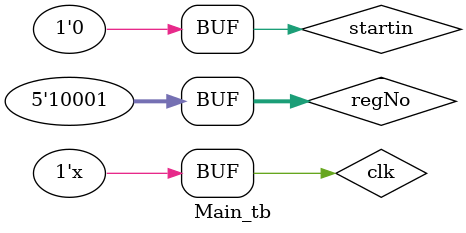
<source format=sv>
module Main(
input wire clk, 
input wire startin, 
input wire [4:0] regNo, 
output reg [31:0] val);

//------PC
wire [31:0] program_counter;
wire [31:0] PC_next;
PC PC_uut (.out(program_counter), .in(PC_next), .clk(clk), .startin(startin));

//------Instruction Memory
wire [31:0] instruction;
InstructionMemory InstructionMemory_uut (.address(program_counter), .instruction(instruction), .startin(startin));

//------Control
wire regdst;
wire regwrite;
wire alusrc;
wire [1:0] aluop;
wire memread;
wire memwrite;
wire memtoreg;
wire jump;
wire branch;
Control Control_uut (
  .instruction31_26(instruction[31:26]),
  .regdst(regdst),
  .regwrite(regwrite),
  .alusrc(alusrc),
  .aluop(aluop),
  .memread(memread),
  .memwrite(memwrite),
  .memtoreg(memtoreg),
  .jump(jump),
  .branch(branch));

//-----Mux_5 rd
wire [4:0] mux_rd;
Mux #(5) Mux_rd_uut (.input0(instruction[20:16]), .input1(instruction[15:11]), .op(regdst), .out(mux_rd));

//-----RegisterFile
wire [31:0] data1;
wire [31:0] data2;
wire [31:0] mux_memtoreg;
RegisterFile RegisterFile_uut (
  .read1(instruction[25:21]),
  .read2(instruction[20:16]),
  .writeReg(mux_rd),
  .writeData(mux_memtoreg),
  .regWrite(regwrite),
  .data1(data1),
  .data2(data2),
  .val(val),
  .startin(startin),
  .clk(clk),
  .regNo(regNo));

//------SignExtend
wire [31:0] extended_result;
SignExtend SignExtend_uut (.in(instruction[15:0]), .result(extended_result));

//------Mux_32 alusrc
wire [31:0] mux_src;
Mux #(32) Mux_src_uut (.input0(data2), .input1(extended_result), .op(alusrc), .out(mux_src));

//------Alu Control
wire [3:0] alucontrol;
ALUControl ALUControl_uut (.Funct(instruction[5:0]), .Aluop(aluop), .Alucontrol(alucontrol));

//------Alu 
wire [31:0] alu_result;
wire zero;
ALU ALU_uut (.in1(data1), .in2(mux_src), .operation(alucontrol), .out(alu_result), .zero(zero));

//------Data Memory
wire [31:0] read_data;
DataMemory DataMemory_uut (
  .address(alu_result),
  .writeData(data2),
  .memWrite(memwrite),
  .memRead(memread),
  .readData(read_data),
  .startin(startin),
  .clk(clk));

//------Mux memtoreg
Mux #(32) Mux_memtoreg_uut (.input0(alu_result), .input1(read_data), .op(memtoreg), .out(mux_memtoreg));

//------sll 2
wire [31:0] shifted_branch;
Shiftleft2 #(32, 32) Shiftleft2_branch_uut (.in(extended_result), .out(shifted_branch));

//------add PC+4
wire [31:0] PC_plus_4;
Add Add_PC4_uut (.digit1(program_counter), .digit2(32'd4), .result(PC_plus_4));

//------add
wire [31:0] add_result;
Add Add_uut (.digit1(PC_plus_4), .digit2(shifted_branch), .result(add_result));

//------Mux branch
wire [31:0] branch_selector;
assign branch_selector = branch & zero;
wire [31:0] mux_branch;
Mux #(32) Mux_branch_uut (.input0(PC_plus_4), .input1(add_result), .op(branch_selector), .out(mux_branch));

//-----jump address
wire [27:0] shifted_jump;
Shiftleft2 #(26, 28) Shiftleft2_jump_uut (.in(instruction[25:0]), .out(shifted_jump));
wire [31:0] jump_address;
assign jump_address = {PC_plus_4[31:28], shifted_jump};

//------Mux jump

Mux #(32) Mux_PC_uut (.input0(mux_branch), .input1(jump_address), .op(jump), .out(PC_next));

endmodule 

// Testbench created by ChatGPT
`timescale 1ns / 1ns

module Main_tb;

  reg clk, startin;
  reg [4:0] regNo;
  wire [31:0] val;

  Main uut (
    .clk(clk),
    .startin(startin),
    .regNo(regNo),
    .val(val)
  );

  // Generate clock: 10 ns period (100 MHz)
  always #5 clk = ~clk;

  initial begin
    clk = 0;
    startin = 1; #10; // Assert startin for reset
    startin = 0;
    regNo = 5'd17;

  end

endmodule



</source>
